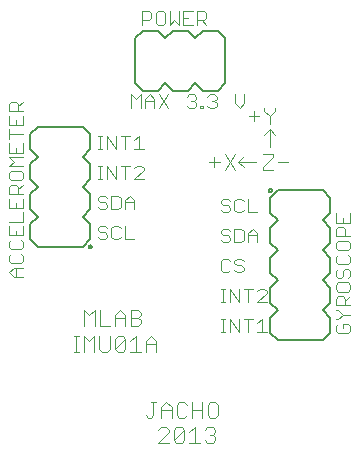
<source format=gbr>
G75*
G70*
%OFA0B0*%
%FSLAX24Y24*%
%IPPOS*%
%LPD*%
%AMOC8*
5,1,8,0,0,1.08239X$1,22.5*
%
%ADD10C,0.0040*%
%ADD11C,0.0039*%
%ADD12C,0.0060*%
%ADD13C,0.0050*%
D10*
X003055Y005380D02*
X003228Y005380D01*
X003142Y005380D02*
X003142Y005900D01*
X003228Y005900D02*
X003055Y005900D01*
X003399Y005900D02*
X003572Y005727D01*
X003746Y005900D01*
X003746Y005380D01*
X003914Y005467D02*
X004001Y005380D01*
X004175Y005380D01*
X004261Y005467D01*
X004261Y005900D01*
X004430Y005814D02*
X004517Y005900D01*
X004690Y005900D01*
X004777Y005814D01*
X004430Y005467D01*
X004517Y005380D01*
X004690Y005380D01*
X004777Y005467D01*
X004777Y005814D01*
X004946Y005727D02*
X005119Y005900D01*
X005119Y005380D01*
X004946Y005380D02*
X005293Y005380D01*
X005461Y005380D02*
X005461Y005727D01*
X005635Y005900D01*
X005808Y005727D01*
X005808Y005380D01*
X005808Y005640D02*
X005461Y005640D01*
X005212Y006255D02*
X004952Y006255D01*
X004952Y006775D01*
X005212Y006775D01*
X005299Y006689D01*
X005299Y006602D01*
X005212Y006515D01*
X004952Y006515D01*
X004783Y006515D02*
X004436Y006515D01*
X004436Y006602D02*
X004610Y006775D01*
X004783Y006602D01*
X004783Y006255D01*
X004436Y006255D02*
X004436Y006602D01*
X004268Y006255D02*
X003921Y006255D01*
X003921Y006775D01*
X003752Y006775D02*
X003752Y006255D01*
X003914Y005900D02*
X003914Y005467D01*
X004430Y005467D02*
X004430Y005814D01*
X005212Y006255D02*
X005299Y006342D01*
X005299Y006428D01*
X005212Y006515D01*
X003752Y006775D02*
X003578Y006602D01*
X003405Y006775D01*
X003405Y006255D01*
X003399Y005900D02*
X003399Y005380D01*
X005455Y003267D02*
X005542Y003180D01*
X005628Y003180D01*
X005715Y003267D01*
X005715Y003700D01*
X005628Y003700D02*
X005802Y003700D01*
X005971Y003527D02*
X006144Y003700D01*
X006318Y003527D01*
X006318Y003180D01*
X006486Y003267D02*
X006573Y003180D01*
X006747Y003180D01*
X006833Y003267D01*
X007002Y003180D02*
X007002Y003700D01*
X006833Y003614D02*
X006747Y003700D01*
X006573Y003700D01*
X006486Y003614D01*
X006486Y003267D01*
X006318Y003440D02*
X005971Y003440D01*
X005971Y003527D02*
X005971Y003180D01*
X005967Y002875D02*
X005880Y002789D01*
X005967Y002875D02*
X006140Y002875D01*
X006227Y002789D01*
X006227Y002702D01*
X005880Y002355D01*
X006227Y002355D01*
X006396Y002442D02*
X006743Y002789D01*
X006743Y002442D01*
X006656Y002355D01*
X006482Y002355D01*
X006396Y002442D01*
X006396Y002789D01*
X006482Y002875D01*
X006656Y002875D01*
X006743Y002789D01*
X006911Y002702D02*
X007085Y002875D01*
X007085Y002355D01*
X007258Y002355D02*
X006911Y002355D01*
X007427Y002442D02*
X007514Y002355D01*
X007687Y002355D01*
X007774Y002442D01*
X007774Y002528D01*
X007687Y002615D01*
X007600Y002615D01*
X007687Y002615D02*
X007774Y002702D01*
X007774Y002789D01*
X007687Y002875D01*
X007514Y002875D01*
X007427Y002789D01*
X007349Y003180D02*
X007349Y003700D01*
X007518Y003614D02*
X007518Y003267D01*
X007604Y003180D01*
X007778Y003180D01*
X007865Y003267D01*
X007865Y003614D01*
X007778Y003700D01*
X007604Y003700D01*
X007518Y003614D01*
X007349Y003440D02*
X007002Y003440D01*
X007955Y006030D02*
X008108Y006030D01*
X008032Y006030D02*
X008032Y006490D01*
X008108Y006490D02*
X007955Y006490D01*
X008262Y006490D02*
X008569Y006030D01*
X008569Y006490D01*
X008722Y006490D02*
X009029Y006490D01*
X008876Y006490D02*
X008876Y006030D01*
X009183Y006030D02*
X009490Y006030D01*
X009336Y006030D02*
X009336Y006490D01*
X009183Y006337D01*
X009183Y007030D02*
X009490Y007337D01*
X009490Y007414D01*
X009413Y007490D01*
X009259Y007490D01*
X009183Y007414D01*
X009029Y007490D02*
X008722Y007490D01*
X008569Y007490D02*
X008569Y007030D01*
X008262Y007490D01*
X008262Y007030D01*
X008108Y007030D02*
X007955Y007030D01*
X008032Y007030D02*
X008032Y007490D01*
X008108Y007490D02*
X007955Y007490D01*
X008032Y008030D02*
X008185Y008030D01*
X008262Y008107D01*
X008415Y008107D02*
X008492Y008030D01*
X008646Y008030D01*
X008722Y008107D01*
X008722Y008183D01*
X008646Y008260D01*
X008492Y008260D01*
X008415Y008337D01*
X008415Y008414D01*
X008492Y008490D01*
X008646Y008490D01*
X008722Y008414D01*
X008262Y008414D02*
X008185Y008490D01*
X008032Y008490D01*
X007955Y008414D01*
X007955Y008107D01*
X008032Y008030D01*
X008032Y009030D02*
X007955Y009107D01*
X008032Y009030D02*
X008185Y009030D01*
X008262Y009107D01*
X008262Y009183D01*
X008185Y009260D01*
X008032Y009260D01*
X007955Y009337D01*
X007955Y009414D01*
X008032Y009490D01*
X008185Y009490D01*
X008262Y009414D01*
X008415Y009490D02*
X008646Y009490D01*
X008722Y009414D01*
X008722Y009107D01*
X008646Y009030D01*
X008415Y009030D01*
X008415Y009490D01*
X008876Y009337D02*
X008876Y009030D01*
X008876Y009260D02*
X009183Y009260D01*
X009183Y009337D02*
X009183Y009030D01*
X009183Y009337D02*
X009029Y009490D01*
X008876Y009337D01*
X008876Y010030D02*
X009183Y010030D01*
X008876Y010030D02*
X008876Y010490D01*
X008722Y010414D02*
X008646Y010490D01*
X008492Y010490D01*
X008415Y010414D01*
X008415Y010107D01*
X008492Y010030D01*
X008646Y010030D01*
X008722Y010107D01*
X008262Y010107D02*
X008185Y010030D01*
X008032Y010030D01*
X007955Y010107D01*
X008032Y010260D02*
X008185Y010260D01*
X008262Y010183D01*
X008262Y010107D01*
X008032Y010260D02*
X007955Y010337D01*
X007955Y010414D01*
X008032Y010490D01*
X008185Y010490D01*
X008262Y010414D01*
X008433Y011441D02*
X008086Y011961D01*
X007917Y011701D02*
X007570Y011701D01*
X007744Y011874D02*
X007744Y011527D01*
X008086Y011441D02*
X008433Y011961D01*
X009350Y011969D02*
X009697Y011969D01*
X009697Y011882D01*
X009350Y011535D01*
X009350Y011449D01*
X009697Y011449D01*
X009865Y011709D02*
X010212Y011709D01*
X009586Y012976D02*
X009586Y013236D01*
X009760Y013410D01*
X009760Y013497D01*
X009586Y013236D02*
X009413Y013410D01*
X009413Y013497D01*
X009244Y013236D02*
X008897Y013236D01*
X009070Y013063D02*
X009070Y013410D01*
X008740Y013658D02*
X008740Y013965D01*
X008740Y013658D02*
X008586Y013505D01*
X008433Y013658D01*
X008433Y013965D01*
X007819Y013889D02*
X007819Y013812D01*
X007742Y013735D01*
X007819Y013658D01*
X007819Y013582D01*
X007742Y013505D01*
X007589Y013505D01*
X007512Y013582D01*
X007359Y013582D02*
X007359Y013505D01*
X007282Y013505D01*
X007282Y013582D01*
X007359Y013582D01*
X007128Y013582D02*
X007052Y013505D01*
X006898Y013505D01*
X006822Y013582D01*
X006975Y013735D02*
X007052Y013735D01*
X007128Y013658D01*
X007128Y013582D01*
X007052Y013735D02*
X007128Y013812D01*
X007128Y013889D01*
X007052Y013965D01*
X006898Y013965D01*
X006822Y013889D01*
X006208Y013965D02*
X005901Y013505D01*
X005747Y013505D02*
X005747Y013812D01*
X005594Y013965D01*
X005440Y013812D01*
X005440Y013505D01*
X005287Y013505D02*
X005287Y013965D01*
X005133Y013812D01*
X004980Y013965D01*
X004980Y013505D01*
X005440Y013735D02*
X005747Y013735D01*
X005901Y013965D02*
X006208Y013505D01*
X005236Y012590D02*
X005236Y012130D01*
X005083Y012130D02*
X005390Y012130D01*
X005083Y012437D02*
X005236Y012590D01*
X004929Y012590D02*
X004622Y012590D01*
X004469Y012590D02*
X004469Y012130D01*
X004162Y012590D01*
X004162Y012130D01*
X004008Y012130D02*
X003855Y012130D01*
X003932Y012130D02*
X003932Y012590D01*
X004008Y012590D02*
X003855Y012590D01*
X003855Y011590D02*
X004008Y011590D01*
X003932Y011590D02*
X003932Y011130D01*
X004008Y011130D02*
X003855Y011130D01*
X004162Y011130D02*
X004162Y011590D01*
X004469Y011130D01*
X004469Y011590D01*
X004622Y011590D02*
X004929Y011590D01*
X004776Y011590D02*
X004776Y011130D01*
X005083Y011130D02*
X005390Y011437D01*
X005390Y011514D01*
X005313Y011590D01*
X005159Y011590D01*
X005083Y011514D01*
X005083Y011130D02*
X005390Y011130D01*
X004929Y010590D02*
X005083Y010437D01*
X005083Y010130D01*
X005083Y010360D02*
X004776Y010360D01*
X004776Y010437D02*
X004776Y010130D01*
X004622Y010207D02*
X004622Y010514D01*
X004546Y010590D01*
X004315Y010590D01*
X004315Y010130D01*
X004546Y010130D01*
X004622Y010207D01*
X004776Y010437D02*
X004929Y010590D01*
X004162Y010514D02*
X004085Y010590D01*
X003932Y010590D01*
X003855Y010514D01*
X003855Y010437D01*
X003932Y010360D01*
X004085Y010360D01*
X004162Y010283D01*
X004162Y010207D01*
X004085Y010130D01*
X003932Y010130D01*
X003855Y010207D01*
X003932Y009590D02*
X003855Y009514D01*
X003855Y009437D01*
X003932Y009360D01*
X004085Y009360D01*
X004162Y009283D01*
X004162Y009207D01*
X004085Y009130D01*
X003932Y009130D01*
X003855Y009207D01*
X003932Y009590D02*
X004085Y009590D01*
X004162Y009514D01*
X004315Y009514D02*
X004315Y009207D01*
X004392Y009130D01*
X004546Y009130D01*
X004622Y009207D01*
X004776Y009130D02*
X005083Y009130D01*
X004776Y009130D02*
X004776Y009590D01*
X004622Y009514D02*
X004546Y009590D01*
X004392Y009590D01*
X004315Y009514D01*
X004776Y012130D02*
X004776Y012590D01*
X007512Y013889D02*
X007589Y013965D01*
X007742Y013965D01*
X007819Y013889D01*
X007742Y013735D02*
X007666Y013735D01*
X007478Y016280D02*
X007325Y016433D01*
X007402Y016433D02*
X007172Y016433D01*
X007172Y016280D02*
X007172Y016740D01*
X007402Y016740D01*
X007478Y016664D01*
X007478Y016510D01*
X007402Y016433D01*
X007018Y016280D02*
X006711Y016280D01*
X006711Y016740D01*
X007018Y016740D01*
X006865Y016510D02*
X006711Y016510D01*
X006558Y016280D02*
X006558Y016740D01*
X006251Y016740D02*
X006251Y016280D01*
X006404Y016433D01*
X006558Y016280D01*
X006097Y016357D02*
X006021Y016280D01*
X005867Y016280D01*
X005790Y016357D01*
X005790Y016664D01*
X005867Y016740D01*
X006021Y016740D01*
X006097Y016664D01*
X006097Y016357D01*
X005637Y016510D02*
X005560Y016433D01*
X005330Y016433D01*
X005330Y016280D02*
X005330Y016740D01*
X005560Y016740D01*
X005637Y016664D01*
X005637Y016510D01*
X001365Y013712D02*
X001212Y013558D01*
X001212Y013635D02*
X001212Y013405D01*
X001365Y013405D02*
X000905Y013405D01*
X000905Y013635D01*
X000981Y013712D01*
X001135Y013712D01*
X001212Y013635D01*
X001365Y013251D02*
X001365Y012944D01*
X000905Y012944D01*
X000905Y013251D01*
X001135Y013098D02*
X001135Y012944D01*
X000905Y012791D02*
X000905Y012484D01*
X000905Y012637D02*
X001365Y012637D01*
X001365Y012330D02*
X001365Y012024D01*
X000905Y012024D01*
X000905Y012330D01*
X001135Y012177D02*
X001135Y012024D01*
X000905Y011870D02*
X001365Y011870D01*
X001365Y011563D02*
X000905Y011563D01*
X001058Y011717D01*
X000905Y011870D01*
X000981Y011410D02*
X000905Y011333D01*
X000905Y011179D01*
X000981Y011103D01*
X001288Y011103D01*
X001365Y011179D01*
X001365Y011333D01*
X001288Y011410D01*
X000981Y011410D01*
X000981Y010949D02*
X001135Y010949D01*
X001212Y010873D01*
X001212Y010642D01*
X001365Y010642D02*
X000905Y010642D01*
X000905Y010873D01*
X000981Y010949D01*
X001212Y010796D02*
X001365Y010949D01*
X001365Y010489D02*
X001365Y010182D01*
X000905Y010182D01*
X000905Y010489D01*
X001135Y010335D02*
X001135Y010182D01*
X001365Y010028D02*
X001365Y009722D01*
X000905Y009722D01*
X000905Y009568D02*
X000905Y009261D01*
X001365Y009261D01*
X001365Y009568D01*
X001135Y009415D02*
X001135Y009261D01*
X001288Y009108D02*
X001365Y009031D01*
X001365Y008878D01*
X001288Y008801D01*
X000981Y008801D01*
X000905Y008878D01*
X000905Y009031D01*
X000981Y009108D01*
X000981Y008647D02*
X000905Y008571D01*
X000905Y008417D01*
X000981Y008340D01*
X001288Y008340D01*
X001365Y008417D01*
X001365Y008571D01*
X001288Y008647D01*
X001365Y008187D02*
X001058Y008187D01*
X000905Y008033D01*
X001058Y007880D01*
X001365Y007880D01*
X001135Y007880D02*
X001135Y008187D01*
X008262Y006490D02*
X008262Y006030D01*
X008876Y007030D02*
X008876Y007490D01*
X009183Y007030D02*
X009490Y007030D01*
X011805Y006926D02*
X011805Y007156D01*
X011881Y007233D01*
X012035Y007233D01*
X012112Y007156D01*
X012112Y006926D01*
X012265Y006926D02*
X011805Y006926D01*
X011805Y006772D02*
X011881Y006772D01*
X012035Y006619D01*
X012265Y006619D01*
X012035Y006619D02*
X011881Y006465D01*
X011805Y006465D01*
X011881Y006312D02*
X011805Y006235D01*
X011805Y006082D01*
X011881Y006005D01*
X012188Y006005D01*
X012265Y006082D01*
X012265Y006235D01*
X012188Y006312D01*
X012035Y006312D01*
X012035Y006158D01*
X012112Y007079D02*
X012265Y007233D01*
X012188Y007386D02*
X012265Y007463D01*
X012265Y007616D01*
X012188Y007693D01*
X011881Y007693D01*
X011805Y007616D01*
X011805Y007463D01*
X011881Y007386D01*
X012188Y007386D01*
X012188Y007847D02*
X012265Y007923D01*
X012265Y008077D01*
X012188Y008153D01*
X012112Y008153D01*
X012035Y008077D01*
X012035Y007923D01*
X011958Y007847D01*
X011881Y007847D01*
X011805Y007923D01*
X011805Y008077D01*
X011881Y008153D01*
X011881Y008307D02*
X011805Y008384D01*
X011805Y008537D01*
X011881Y008614D01*
X011881Y008767D02*
X011805Y008844D01*
X011805Y008998D01*
X011881Y009074D01*
X012188Y009074D01*
X012265Y008998D01*
X012265Y008844D01*
X012188Y008767D01*
X011881Y008767D01*
X012188Y008614D02*
X012265Y008537D01*
X012265Y008384D01*
X012188Y008307D01*
X011881Y008307D01*
X011805Y009228D02*
X011805Y009458D01*
X011881Y009535D01*
X012035Y009535D01*
X012112Y009458D01*
X012112Y009228D01*
X012265Y009228D02*
X011805Y009228D01*
X011805Y009688D02*
X012265Y009688D01*
X012265Y009995D01*
X012035Y009842D02*
X012035Y009688D01*
X011805Y009688D02*
X011805Y009995D01*
D11*
X009586Y012204D02*
X009586Y012795D01*
X009389Y012598D01*
X009586Y012795D02*
X009782Y012598D01*
X009133Y011724D02*
X008542Y011724D01*
X008739Y011527D01*
X008542Y011724D02*
X008739Y011921D01*
D12*
X009860Y010760D02*
X009610Y010510D01*
X009610Y010010D01*
X009860Y009760D01*
X009610Y009510D01*
X009610Y009010D01*
X009860Y008760D01*
X009610Y008510D01*
X009610Y008010D01*
X009860Y007760D01*
X009610Y007510D01*
X009610Y007010D01*
X009860Y006760D01*
X009610Y006510D01*
X009610Y006010D01*
X009860Y005760D01*
X011360Y005760D01*
X011610Y006010D01*
X011610Y006510D01*
X011360Y006760D01*
X011610Y007010D01*
X011610Y007510D01*
X011360Y007760D01*
X011610Y008010D01*
X011610Y008510D01*
X011360Y008760D01*
X011610Y009010D01*
X011610Y009510D01*
X011360Y009760D01*
X011610Y010010D01*
X011610Y010510D01*
X011360Y010760D01*
X009860Y010760D01*
X007860Y014085D02*
X007360Y014085D01*
X007110Y014335D01*
X006860Y014085D01*
X006360Y014085D01*
X006110Y014335D01*
X005860Y014085D01*
X005360Y014085D01*
X005110Y014335D01*
X005110Y015835D01*
X005360Y016085D01*
X005860Y016085D01*
X006110Y015835D01*
X006360Y016085D01*
X006860Y016085D01*
X007110Y015835D01*
X007360Y016085D01*
X007860Y016085D01*
X008110Y015835D01*
X008110Y014335D01*
X007860Y014085D01*
X003610Y012635D02*
X003610Y012135D01*
X003360Y011885D01*
X003610Y011635D01*
X003610Y011135D01*
X003360Y010885D01*
X003610Y010635D01*
X003610Y010135D01*
X003360Y009885D01*
X003610Y009635D01*
X003610Y009135D01*
X003360Y008885D01*
X001860Y008885D01*
X001610Y009135D01*
X001610Y009635D01*
X001860Y009885D01*
X001610Y010135D01*
X001610Y010635D01*
X001860Y010885D01*
X001610Y011135D01*
X001610Y011635D01*
X001860Y011885D01*
X001610Y012135D01*
X001610Y012635D01*
X001860Y012885D01*
X003360Y012885D01*
X003610Y012635D01*
D13*
X003560Y008885D02*
X003562Y008898D01*
X003567Y008911D01*
X003576Y008922D01*
X003587Y008929D01*
X003600Y008934D01*
X003613Y008935D01*
X003627Y008932D01*
X003639Y008926D01*
X003649Y008917D01*
X003656Y008905D01*
X003660Y008892D01*
X003660Y008878D01*
X003656Y008865D01*
X003649Y008853D01*
X003639Y008844D01*
X003627Y008838D01*
X003613Y008835D01*
X003600Y008836D01*
X003587Y008841D01*
X003576Y008848D01*
X003567Y008859D01*
X003562Y008872D01*
X003560Y008885D01*
X009560Y010760D02*
X009562Y010773D01*
X009567Y010786D01*
X009576Y010797D01*
X009587Y010804D01*
X009600Y010809D01*
X009613Y010810D01*
X009627Y010807D01*
X009639Y010801D01*
X009649Y010792D01*
X009656Y010780D01*
X009660Y010767D01*
X009660Y010753D01*
X009656Y010740D01*
X009649Y010728D01*
X009639Y010719D01*
X009627Y010713D01*
X009613Y010710D01*
X009600Y010711D01*
X009587Y010716D01*
X009576Y010723D01*
X009567Y010734D01*
X009562Y010747D01*
X009560Y010760D01*
M02*

</source>
